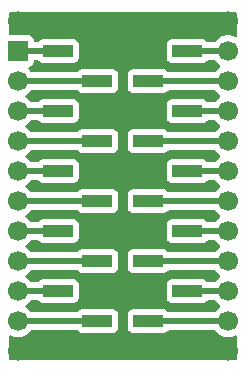
<source format=gbl>
G04 #@! TF.GenerationSoftware,KiCad,Pcbnew,9.0.6*
G04 #@! TF.CreationDate,2026-01-02T14:07:14-06:00*
G04 #@! TF.ProjectId,QFN-20_4x4,51464e2d-3230-45f3-9478-342e6b696361,rev?*
G04 #@! TF.SameCoordinates,Original*
G04 #@! TF.FileFunction,Copper,L2,Bot*
G04 #@! TF.FilePolarity,Positive*
%FSLAX46Y46*%
G04 Gerber Fmt 4.6, Leading zero omitted, Abs format (unit mm)*
G04 Created by KiCad (PCBNEW 9.0.6) date 2026-01-02 14:07:14*
%MOMM*%
%LPD*%
G01*
G04 APERTURE LIST*
G04 Aperture macros list*
%AMRotRect*
0 Rectangle, with rotation*
0 The origin of the aperture is its center*
0 $1 length*
0 $2 width*
0 $3 Rotation angle, in degrees counterclockwise*
0 Add horizontal line*
21,1,$1,$2,0,0,$3*%
G04 Aperture macros list end*
G04 #@! TA.AperFunction,HeatsinkPad*
%ADD10C,0.500000*%
G04 #@! TD*
G04 #@! TA.AperFunction,HeatsinkPad*
%ADD11RotRect,2.500000X2.500000X315.000000*%
G04 #@! TD*
G04 #@! TA.AperFunction,ComponentPad*
%ADD12C,1.700000*%
G04 #@! TD*
G04 #@! TA.AperFunction,ComponentPad*
%ADD13R,1.700000X1.700000*%
G04 #@! TD*
G04 #@! TA.AperFunction,SMDPad,CuDef*
%ADD14R,2.510000X1.000000*%
G04 #@! TD*
G04 #@! TA.AperFunction,ViaPad*
%ADD15C,0.600000*%
G04 #@! TD*
G04 #@! TA.AperFunction,Conductor*
%ADD16C,0.500000*%
G04 #@! TD*
G04 APERTURE END LIST*
D10*
X138430000Y-118139556D03*
X137015786Y-119553770D03*
D11*
X138430000Y-119553770D03*
D10*
X139844214Y-119553770D03*
X138430000Y-120967984D03*
D12*
X129540000Y-106680000D03*
D13*
X129540000Y-109220000D03*
D12*
X129540000Y-111760000D03*
X129540000Y-114300000D03*
X129540000Y-116840000D03*
X129540000Y-119380000D03*
X129540000Y-121920000D03*
X129540000Y-124460000D03*
X129540000Y-127000000D03*
X129540000Y-129540000D03*
X129540000Y-132080000D03*
X129540000Y-134620000D03*
X147320000Y-106680000D03*
X147320000Y-109220000D03*
X147320000Y-111760000D03*
X147320000Y-114300000D03*
X147320000Y-116840000D03*
X147320000Y-119380000D03*
X147320000Y-121920000D03*
X147320000Y-124460000D03*
X147320000Y-127000000D03*
X147320000Y-129540000D03*
X147320000Y-132080000D03*
X147320000Y-134620000D03*
D14*
X136275000Y-106680000D03*
X132965000Y-109220000D03*
X136275000Y-111760000D03*
X132965000Y-114300000D03*
X136275000Y-116840000D03*
X132965000Y-119380000D03*
X136275000Y-121920000D03*
X132965000Y-124460000D03*
X136275000Y-127000000D03*
X132965000Y-129540000D03*
X136275000Y-132080000D03*
X132965000Y-134620000D03*
X143895000Y-134620000D03*
X140585000Y-132080000D03*
X143895000Y-129540000D03*
X140585000Y-127000000D03*
X143895000Y-124460000D03*
X140585000Y-121920000D03*
X143895000Y-119380000D03*
X140585000Y-116840000D03*
X143895000Y-114300000D03*
X140585000Y-111760000D03*
X143895000Y-109220000D03*
X140585000Y-106680000D03*
D15*
X138430000Y-109220000D03*
X138430000Y-129540000D03*
X138430000Y-116332000D03*
X138430000Y-122809000D03*
D16*
X129540000Y-132080000D02*
X136275000Y-132080000D01*
X132965000Y-114300000D02*
X129540000Y-114300000D01*
X129540000Y-121920000D02*
X136275000Y-121920000D01*
X129540000Y-127000000D02*
X136275000Y-127000000D01*
X129540000Y-109220000D02*
X132965000Y-109220000D01*
X132965000Y-124460000D02*
X129540000Y-124460000D01*
X136275000Y-111760000D02*
X129540000Y-111760000D01*
X140585000Y-111760000D02*
X147320000Y-111760000D01*
X147320000Y-109220000D02*
X143895000Y-109220000D01*
X143895000Y-114300000D02*
X147320000Y-114300000D01*
X132965000Y-129540000D02*
X129540000Y-129540000D01*
X143895000Y-124460000D02*
X147320000Y-124460000D01*
X132965000Y-134620000D02*
X129540000Y-134620000D01*
X140585000Y-106680000D02*
X147320000Y-106680000D01*
X136275000Y-106680000D02*
X129540000Y-106680000D01*
X143895000Y-134620000D02*
X147320000Y-134620000D01*
X143895000Y-119380000D02*
X147320000Y-119380000D01*
X147320000Y-121920000D02*
X140585000Y-121920000D01*
X147320000Y-116840000D02*
X140585000Y-116840000D01*
X132965000Y-119380000D02*
X129540000Y-119380000D01*
X129540000Y-116840000D02*
X136275000Y-116840000D01*
X147320000Y-127000000D02*
X140585000Y-127000000D01*
X143895000Y-129540000D02*
X147320000Y-129540000D01*
X147320000Y-132080000D02*
X140585000Y-132080000D01*
G04 #@! TA.AperFunction,Conductor*
G36*
X148032539Y-105930185D02*
G01*
X148078294Y-105982989D01*
X148089500Y-106034500D01*
X148089500Y-107894028D01*
X148069815Y-107961067D01*
X148017011Y-108006822D01*
X147947853Y-108016766D01*
X147909206Y-108004513D01*
X147838417Y-107968445D01*
X147838414Y-107968444D01*
X147838412Y-107968443D01*
X147636243Y-107902754D01*
X147636241Y-107902753D01*
X147636240Y-107902753D01*
X147474957Y-107877208D01*
X147426287Y-107869500D01*
X147213713Y-107869500D01*
X147165042Y-107877208D01*
X147003760Y-107902753D01*
X146801585Y-107968444D01*
X146612179Y-108064951D01*
X146440213Y-108189890D01*
X146289892Y-108340211D01*
X146233097Y-108418385D01*
X146177767Y-108461051D01*
X146132779Y-108469500D01*
X145649751Y-108469500D01*
X145582712Y-108449815D01*
X145550485Y-108419812D01*
X145507548Y-108362457D01*
X145507546Y-108362454D01*
X145507542Y-108362451D01*
X145392335Y-108276206D01*
X145392328Y-108276202D01*
X145257482Y-108225908D01*
X145257483Y-108225908D01*
X145197883Y-108219501D01*
X145197881Y-108219500D01*
X145197873Y-108219500D01*
X145197864Y-108219500D01*
X142592129Y-108219500D01*
X142592123Y-108219501D01*
X142532516Y-108225908D01*
X142397671Y-108276202D01*
X142397664Y-108276206D01*
X142282455Y-108362452D01*
X142282452Y-108362455D01*
X142196206Y-108477664D01*
X142196202Y-108477671D01*
X142145908Y-108612517D01*
X142139501Y-108672116D01*
X142139501Y-108672123D01*
X142139500Y-108672135D01*
X142139500Y-109767870D01*
X142139501Y-109767876D01*
X142145908Y-109827483D01*
X142196202Y-109962328D01*
X142196206Y-109962335D01*
X142282452Y-110077544D01*
X142282455Y-110077547D01*
X142397664Y-110163793D01*
X142397671Y-110163797D01*
X142532517Y-110214091D01*
X142532516Y-110214091D01*
X142539444Y-110214835D01*
X142592127Y-110220500D01*
X145197872Y-110220499D01*
X145257483Y-110214091D01*
X145392331Y-110163796D01*
X145507546Y-110077546D01*
X145545040Y-110027461D01*
X145550485Y-110020188D01*
X145606419Y-109978318D01*
X145649751Y-109970500D01*
X146132779Y-109970500D01*
X146199818Y-109990185D01*
X146233097Y-110021615D01*
X146289892Y-110099788D01*
X146440213Y-110250109D01*
X146612182Y-110375050D01*
X146620946Y-110379516D01*
X146671742Y-110427491D01*
X146688536Y-110495312D01*
X146665998Y-110561447D01*
X146620946Y-110600484D01*
X146612182Y-110604949D01*
X146440213Y-110729890D01*
X146289892Y-110880211D01*
X146233097Y-110958385D01*
X146177767Y-111001051D01*
X146132779Y-111009500D01*
X142339751Y-111009500D01*
X142272712Y-110989815D01*
X142240485Y-110959812D01*
X142197548Y-110902457D01*
X142197546Y-110902454D01*
X142197542Y-110902451D01*
X142082335Y-110816206D01*
X142082328Y-110816202D01*
X141947482Y-110765908D01*
X141947483Y-110765908D01*
X141887883Y-110759501D01*
X141887881Y-110759500D01*
X141887873Y-110759500D01*
X141887864Y-110759500D01*
X139282129Y-110759500D01*
X139282123Y-110759501D01*
X139222516Y-110765908D01*
X139087671Y-110816202D01*
X139087664Y-110816206D01*
X138972455Y-110902452D01*
X138972452Y-110902455D01*
X138886206Y-111017664D01*
X138886202Y-111017671D01*
X138835908Y-111152517D01*
X138829501Y-111212116D01*
X138829501Y-111212123D01*
X138829500Y-111212135D01*
X138829500Y-112307870D01*
X138829501Y-112307876D01*
X138835908Y-112367483D01*
X138886202Y-112502328D01*
X138886206Y-112502335D01*
X138972452Y-112617544D01*
X138972455Y-112617547D01*
X139087664Y-112703793D01*
X139087671Y-112703797D01*
X139222517Y-112754091D01*
X139222516Y-112754091D01*
X139229444Y-112754835D01*
X139282127Y-112760500D01*
X141887872Y-112760499D01*
X141947483Y-112754091D01*
X142082331Y-112703796D01*
X142197546Y-112617546D01*
X142224227Y-112581903D01*
X142240485Y-112560188D01*
X142296419Y-112518318D01*
X142339751Y-112510500D01*
X146132779Y-112510500D01*
X146199818Y-112530185D01*
X146233097Y-112561615D01*
X146289892Y-112639788D01*
X146440213Y-112790109D01*
X146612182Y-112915050D01*
X146620946Y-112919516D01*
X146671742Y-112967491D01*
X146688536Y-113035312D01*
X146665998Y-113101447D01*
X146620946Y-113140484D01*
X146612182Y-113144949D01*
X146440213Y-113269890D01*
X146289892Y-113420211D01*
X146233097Y-113498385D01*
X146177767Y-113541051D01*
X146132779Y-113549500D01*
X145649751Y-113549500D01*
X145582712Y-113529815D01*
X145550485Y-113499812D01*
X145507548Y-113442457D01*
X145507546Y-113442454D01*
X145507542Y-113442451D01*
X145392335Y-113356206D01*
X145392328Y-113356202D01*
X145257482Y-113305908D01*
X145257483Y-113305908D01*
X145197883Y-113299501D01*
X145197881Y-113299500D01*
X145197873Y-113299500D01*
X145197864Y-113299500D01*
X142592129Y-113299500D01*
X142592123Y-113299501D01*
X142532516Y-113305908D01*
X142397671Y-113356202D01*
X142397664Y-113356206D01*
X142282455Y-113442452D01*
X142282452Y-113442455D01*
X142196206Y-113557664D01*
X142196202Y-113557671D01*
X142145908Y-113692517D01*
X142139501Y-113752116D01*
X142139501Y-113752123D01*
X142139500Y-113752135D01*
X142139500Y-114847870D01*
X142139501Y-114847876D01*
X142145908Y-114907483D01*
X142196202Y-115042328D01*
X142196206Y-115042335D01*
X142282452Y-115157544D01*
X142282455Y-115157547D01*
X142397664Y-115243793D01*
X142397671Y-115243797D01*
X142532517Y-115294091D01*
X142532516Y-115294091D01*
X142539444Y-115294835D01*
X142592127Y-115300500D01*
X145197872Y-115300499D01*
X145257483Y-115294091D01*
X145392331Y-115243796D01*
X145507546Y-115157546D01*
X145534227Y-115121903D01*
X145550485Y-115100188D01*
X145606419Y-115058318D01*
X145649751Y-115050500D01*
X146132779Y-115050500D01*
X146199818Y-115070185D01*
X146233097Y-115101615D01*
X146289892Y-115179788D01*
X146440213Y-115330109D01*
X146612182Y-115455050D01*
X146620946Y-115459516D01*
X146671742Y-115507491D01*
X146688536Y-115575312D01*
X146665998Y-115641447D01*
X146620946Y-115680484D01*
X146612182Y-115684949D01*
X146440213Y-115809890D01*
X146289892Y-115960211D01*
X146233097Y-116038385D01*
X146177767Y-116081051D01*
X146132779Y-116089500D01*
X142339751Y-116089500D01*
X142272712Y-116069815D01*
X142240485Y-116039812D01*
X142197548Y-115982457D01*
X142197546Y-115982454D01*
X142197542Y-115982451D01*
X142082335Y-115896206D01*
X142082328Y-115896202D01*
X141947482Y-115845908D01*
X141947483Y-115845908D01*
X141887883Y-115839501D01*
X141887881Y-115839500D01*
X141887873Y-115839500D01*
X141887864Y-115839500D01*
X139282129Y-115839500D01*
X139282123Y-115839501D01*
X139222516Y-115845908D01*
X139087671Y-115896202D01*
X139087664Y-115896206D01*
X138972455Y-115982452D01*
X138972452Y-115982455D01*
X138886206Y-116097664D01*
X138886202Y-116097671D01*
X138835908Y-116232517D01*
X138829501Y-116292116D01*
X138829501Y-116292123D01*
X138829500Y-116292135D01*
X138829500Y-117387870D01*
X138829501Y-117387876D01*
X138835908Y-117447483D01*
X138886202Y-117582328D01*
X138886206Y-117582335D01*
X138972452Y-117697544D01*
X138972455Y-117697547D01*
X139087664Y-117783793D01*
X139087671Y-117783797D01*
X139222517Y-117834091D01*
X139222516Y-117834091D01*
X139229444Y-117834835D01*
X139282127Y-117840500D01*
X141887872Y-117840499D01*
X141947483Y-117834091D01*
X142082331Y-117783796D01*
X142197546Y-117697546D01*
X142224227Y-117661903D01*
X142240485Y-117640188D01*
X142296419Y-117598318D01*
X142339751Y-117590500D01*
X146132779Y-117590500D01*
X146199818Y-117610185D01*
X146233097Y-117641615D01*
X146289892Y-117719788D01*
X146440213Y-117870109D01*
X146612182Y-117995050D01*
X146620946Y-117999516D01*
X146671742Y-118047491D01*
X146688536Y-118115312D01*
X146665998Y-118181447D01*
X146620946Y-118220484D01*
X146612182Y-118224949D01*
X146440213Y-118349890D01*
X146289892Y-118500211D01*
X146233097Y-118578385D01*
X146177767Y-118621051D01*
X146132779Y-118629500D01*
X145649751Y-118629500D01*
X145582712Y-118609815D01*
X145550485Y-118579812D01*
X145507548Y-118522457D01*
X145507546Y-118522454D01*
X145507542Y-118522451D01*
X145392335Y-118436206D01*
X145392328Y-118436202D01*
X145257482Y-118385908D01*
X145257483Y-118385908D01*
X145197883Y-118379501D01*
X145197881Y-118379500D01*
X145197873Y-118379500D01*
X145197864Y-118379500D01*
X142592129Y-118379500D01*
X142592123Y-118379501D01*
X142532516Y-118385908D01*
X142397671Y-118436202D01*
X142397664Y-118436206D01*
X142282455Y-118522452D01*
X142282452Y-118522455D01*
X142196206Y-118637664D01*
X142196202Y-118637671D01*
X142145908Y-118772517D01*
X142139501Y-118832116D01*
X142139501Y-118832123D01*
X142139500Y-118832135D01*
X142139500Y-119927870D01*
X142139501Y-119927876D01*
X142145908Y-119987483D01*
X142196202Y-120122328D01*
X142196206Y-120122335D01*
X142282452Y-120237544D01*
X142282455Y-120237547D01*
X142397664Y-120323793D01*
X142397671Y-120323797D01*
X142532517Y-120374091D01*
X142532516Y-120374091D01*
X142539444Y-120374835D01*
X142592127Y-120380500D01*
X145197872Y-120380499D01*
X145257483Y-120374091D01*
X145392331Y-120323796D01*
X145507546Y-120237546D01*
X145534227Y-120201903D01*
X145550485Y-120180188D01*
X145606419Y-120138318D01*
X145649751Y-120130500D01*
X146132779Y-120130500D01*
X146199818Y-120150185D01*
X146233097Y-120181615D01*
X146289892Y-120259788D01*
X146440213Y-120410109D01*
X146612182Y-120535050D01*
X146620946Y-120539516D01*
X146671742Y-120587491D01*
X146688536Y-120655312D01*
X146665998Y-120721447D01*
X146620946Y-120760484D01*
X146612182Y-120764949D01*
X146440213Y-120889890D01*
X146289892Y-121040211D01*
X146233097Y-121118385D01*
X146177767Y-121161051D01*
X146132779Y-121169500D01*
X142339751Y-121169500D01*
X142272712Y-121149815D01*
X142240485Y-121119812D01*
X142197548Y-121062457D01*
X142197546Y-121062454D01*
X142197542Y-121062451D01*
X142082335Y-120976206D01*
X142082328Y-120976202D01*
X141947482Y-120925908D01*
X141947483Y-120925908D01*
X141887883Y-120919501D01*
X141887881Y-120919500D01*
X141887873Y-120919500D01*
X141887864Y-120919500D01*
X139282129Y-120919500D01*
X139282123Y-120919501D01*
X139222516Y-120925908D01*
X139087671Y-120976202D01*
X139087664Y-120976206D01*
X138972455Y-121062452D01*
X138972452Y-121062455D01*
X138886206Y-121177664D01*
X138886202Y-121177671D01*
X138835908Y-121312517D01*
X138829501Y-121372116D01*
X138829501Y-121372123D01*
X138829500Y-121372135D01*
X138829500Y-122467870D01*
X138829501Y-122467876D01*
X138835908Y-122527483D01*
X138886202Y-122662328D01*
X138886206Y-122662335D01*
X138972452Y-122777544D01*
X138972455Y-122777547D01*
X139087664Y-122863793D01*
X139087671Y-122863797D01*
X139222517Y-122914091D01*
X139222516Y-122914091D01*
X139229444Y-122914835D01*
X139282127Y-122920500D01*
X141887872Y-122920499D01*
X141947483Y-122914091D01*
X142082331Y-122863796D01*
X142197546Y-122777546D01*
X142224227Y-122741903D01*
X142240485Y-122720188D01*
X142296419Y-122678318D01*
X142339751Y-122670500D01*
X146132779Y-122670500D01*
X146199818Y-122690185D01*
X146233097Y-122721615D01*
X146289892Y-122799788D01*
X146440213Y-122950109D01*
X146612182Y-123075050D01*
X146620946Y-123079516D01*
X146671742Y-123127491D01*
X146688536Y-123195312D01*
X146665998Y-123261447D01*
X146620946Y-123300484D01*
X146612182Y-123304949D01*
X146440213Y-123429890D01*
X146289892Y-123580211D01*
X146233097Y-123658385D01*
X146177767Y-123701051D01*
X146132779Y-123709500D01*
X145649751Y-123709500D01*
X145582712Y-123689815D01*
X145550485Y-123659812D01*
X145507548Y-123602457D01*
X145507546Y-123602454D01*
X145507542Y-123602451D01*
X145392335Y-123516206D01*
X145392328Y-123516202D01*
X145257482Y-123465908D01*
X145257483Y-123465908D01*
X145197883Y-123459501D01*
X145197881Y-123459500D01*
X145197873Y-123459500D01*
X145197864Y-123459500D01*
X142592129Y-123459500D01*
X142592123Y-123459501D01*
X142532516Y-123465908D01*
X142397671Y-123516202D01*
X142397664Y-123516206D01*
X142282455Y-123602452D01*
X142282452Y-123602455D01*
X142196206Y-123717664D01*
X142196202Y-123717671D01*
X142145908Y-123852517D01*
X142139501Y-123912116D01*
X142139501Y-123912123D01*
X142139500Y-123912135D01*
X142139500Y-125007870D01*
X142139501Y-125007876D01*
X142145908Y-125067483D01*
X142196202Y-125202328D01*
X142196206Y-125202335D01*
X142282452Y-125317544D01*
X142282455Y-125317547D01*
X142397664Y-125403793D01*
X142397671Y-125403797D01*
X142532517Y-125454091D01*
X142532516Y-125454091D01*
X142539444Y-125454835D01*
X142592127Y-125460500D01*
X145197872Y-125460499D01*
X145257483Y-125454091D01*
X145392331Y-125403796D01*
X145507546Y-125317546D01*
X145534227Y-125281903D01*
X145550485Y-125260188D01*
X145606419Y-125218318D01*
X145649751Y-125210500D01*
X146132779Y-125210500D01*
X146199818Y-125230185D01*
X146233097Y-125261615D01*
X146289892Y-125339788D01*
X146440213Y-125490109D01*
X146612182Y-125615050D01*
X146620946Y-125619516D01*
X146671742Y-125667491D01*
X146688536Y-125735312D01*
X146665998Y-125801447D01*
X146620946Y-125840484D01*
X146612182Y-125844949D01*
X146440213Y-125969890D01*
X146289892Y-126120211D01*
X146233097Y-126198385D01*
X146177767Y-126241051D01*
X146132779Y-126249500D01*
X142339751Y-126249500D01*
X142272712Y-126229815D01*
X142240485Y-126199812D01*
X142197548Y-126142457D01*
X142197546Y-126142454D01*
X142197542Y-126142451D01*
X142082335Y-126056206D01*
X142082328Y-126056202D01*
X141947482Y-126005908D01*
X141947483Y-126005908D01*
X141887883Y-125999501D01*
X141887881Y-125999500D01*
X141887873Y-125999500D01*
X141887864Y-125999500D01*
X139282129Y-125999500D01*
X139282123Y-125999501D01*
X139222516Y-126005908D01*
X139087671Y-126056202D01*
X139087664Y-126056206D01*
X138972455Y-126142452D01*
X138972452Y-126142455D01*
X138886206Y-126257664D01*
X138886202Y-126257671D01*
X138835908Y-126392517D01*
X138829501Y-126452116D01*
X138829501Y-126452123D01*
X138829500Y-126452135D01*
X138829500Y-127547870D01*
X138829501Y-127547876D01*
X138835908Y-127607483D01*
X138886202Y-127742328D01*
X138886206Y-127742335D01*
X138972452Y-127857544D01*
X138972455Y-127857547D01*
X139087664Y-127943793D01*
X139087671Y-127943797D01*
X139222517Y-127994091D01*
X139222516Y-127994091D01*
X139229444Y-127994835D01*
X139282127Y-128000500D01*
X141887872Y-128000499D01*
X141947483Y-127994091D01*
X142082331Y-127943796D01*
X142197546Y-127857546D01*
X142224227Y-127821903D01*
X142240485Y-127800188D01*
X142296419Y-127758318D01*
X142339751Y-127750500D01*
X146132779Y-127750500D01*
X146199818Y-127770185D01*
X146233097Y-127801615D01*
X146289892Y-127879788D01*
X146440213Y-128030109D01*
X146612182Y-128155050D01*
X146620946Y-128159516D01*
X146671742Y-128207491D01*
X146688536Y-128275312D01*
X146665998Y-128341447D01*
X146620946Y-128380484D01*
X146612182Y-128384949D01*
X146440213Y-128509890D01*
X146289892Y-128660211D01*
X146233097Y-128738385D01*
X146177767Y-128781051D01*
X146132779Y-128789500D01*
X145649751Y-128789500D01*
X145582712Y-128769815D01*
X145550485Y-128739812D01*
X145507548Y-128682457D01*
X145507546Y-128682454D01*
X145507542Y-128682451D01*
X145392335Y-128596206D01*
X145392328Y-128596202D01*
X145257482Y-128545908D01*
X145257483Y-128545908D01*
X145197883Y-128539501D01*
X145197881Y-128539500D01*
X145197873Y-128539500D01*
X145197864Y-128539500D01*
X142592129Y-128539500D01*
X142592123Y-128539501D01*
X142532516Y-128545908D01*
X142397671Y-128596202D01*
X142397664Y-128596206D01*
X142282455Y-128682452D01*
X142282452Y-128682455D01*
X142196206Y-128797664D01*
X142196202Y-128797671D01*
X142145908Y-128932517D01*
X142139501Y-128992116D01*
X142139501Y-128992123D01*
X142139500Y-128992135D01*
X142139500Y-130087870D01*
X142139501Y-130087876D01*
X142145908Y-130147483D01*
X142196202Y-130282328D01*
X142196206Y-130282335D01*
X142282452Y-130397544D01*
X142282455Y-130397547D01*
X142397664Y-130483793D01*
X142397671Y-130483797D01*
X142532517Y-130534091D01*
X142532516Y-130534091D01*
X142539444Y-130534835D01*
X142592127Y-130540500D01*
X145197872Y-130540499D01*
X145257483Y-130534091D01*
X145392331Y-130483796D01*
X145507546Y-130397546D01*
X145534227Y-130361903D01*
X145550485Y-130340188D01*
X145606419Y-130298318D01*
X145649751Y-130290500D01*
X146132779Y-130290500D01*
X146199818Y-130310185D01*
X146233097Y-130341615D01*
X146289892Y-130419788D01*
X146440213Y-130570109D01*
X146612182Y-130695050D01*
X146620946Y-130699516D01*
X146671742Y-130747491D01*
X146688536Y-130815312D01*
X146665998Y-130881447D01*
X146620946Y-130920484D01*
X146612182Y-130924949D01*
X146440213Y-131049890D01*
X146289892Y-131200211D01*
X146233097Y-131278385D01*
X146177767Y-131321051D01*
X146132779Y-131329500D01*
X142339751Y-131329500D01*
X142272712Y-131309815D01*
X142240485Y-131279812D01*
X142197548Y-131222457D01*
X142197546Y-131222454D01*
X142197542Y-131222451D01*
X142082335Y-131136206D01*
X142082328Y-131136202D01*
X141947482Y-131085908D01*
X141947483Y-131085908D01*
X141887883Y-131079501D01*
X141887881Y-131079500D01*
X141887873Y-131079500D01*
X141887864Y-131079500D01*
X139282129Y-131079500D01*
X139282123Y-131079501D01*
X139222516Y-131085908D01*
X139087671Y-131136202D01*
X139087664Y-131136206D01*
X138972455Y-131222452D01*
X138972452Y-131222455D01*
X138886206Y-131337664D01*
X138886202Y-131337671D01*
X138835908Y-131472517D01*
X138829501Y-131532116D01*
X138829501Y-131532123D01*
X138829500Y-131532135D01*
X138829500Y-132627870D01*
X138829501Y-132627876D01*
X138835908Y-132687483D01*
X138886202Y-132822328D01*
X138886206Y-132822335D01*
X138972452Y-132937544D01*
X138972455Y-132937547D01*
X139087664Y-133023793D01*
X139087671Y-133023797D01*
X139222517Y-133074091D01*
X139222516Y-133074091D01*
X139229444Y-133074835D01*
X139282127Y-133080500D01*
X141887872Y-133080499D01*
X141947483Y-133074091D01*
X142082331Y-133023796D01*
X142197546Y-132937546D01*
X142224227Y-132901903D01*
X142240485Y-132880188D01*
X142296419Y-132838318D01*
X142339751Y-132830500D01*
X146132779Y-132830500D01*
X146199818Y-132850185D01*
X146233097Y-132881615D01*
X146289892Y-132959788D01*
X146440213Y-133110109D01*
X146612179Y-133235048D01*
X146612181Y-133235049D01*
X146612184Y-133235051D01*
X146801588Y-133331557D01*
X147003757Y-133397246D01*
X147213713Y-133430500D01*
X147213714Y-133430500D01*
X147426286Y-133430500D01*
X147426287Y-133430500D01*
X147636243Y-133397246D01*
X147838412Y-133331557D01*
X147909205Y-133295485D01*
X147977874Y-133282590D01*
X148042614Y-133308866D01*
X148082872Y-133365972D01*
X148089500Y-133405971D01*
X148089500Y-135265500D01*
X148069815Y-135332539D01*
X148017011Y-135378294D01*
X147965500Y-135389500D01*
X128894500Y-135389500D01*
X128827461Y-135369815D01*
X128781706Y-135317011D01*
X128770500Y-135265500D01*
X128770500Y-133405971D01*
X128790185Y-133338932D01*
X128842989Y-133293177D01*
X128912147Y-133283233D01*
X128950793Y-133295485D01*
X129021588Y-133331557D01*
X129223757Y-133397246D01*
X129433713Y-133430500D01*
X129433714Y-133430500D01*
X129646286Y-133430500D01*
X129646287Y-133430500D01*
X129856243Y-133397246D01*
X130058412Y-133331557D01*
X130247816Y-133235051D01*
X130269789Y-133219086D01*
X130419786Y-133110109D01*
X130419788Y-133110106D01*
X130419792Y-133110104D01*
X130570104Y-132959792D01*
X130586266Y-132937547D01*
X130626903Y-132881615D01*
X130682233Y-132838949D01*
X130727221Y-132830500D01*
X134520249Y-132830500D01*
X134587288Y-132850185D01*
X134619515Y-132880188D01*
X134662451Y-132937542D01*
X134662454Y-132937546D01*
X134662457Y-132937548D01*
X134777664Y-133023793D01*
X134777671Y-133023797D01*
X134912517Y-133074091D01*
X134912516Y-133074091D01*
X134919444Y-133074835D01*
X134972127Y-133080500D01*
X137577872Y-133080499D01*
X137637483Y-133074091D01*
X137772331Y-133023796D01*
X137887546Y-132937546D01*
X137973796Y-132822331D01*
X138024091Y-132687483D01*
X138030500Y-132627873D01*
X138030499Y-131532128D01*
X138024091Y-131472517D01*
X137973796Y-131337669D01*
X137973795Y-131337668D01*
X137973793Y-131337664D01*
X137887547Y-131222455D01*
X137887544Y-131222452D01*
X137772335Y-131136206D01*
X137772328Y-131136202D01*
X137637482Y-131085908D01*
X137637483Y-131085908D01*
X137577883Y-131079501D01*
X137577881Y-131079500D01*
X137577873Y-131079500D01*
X137577864Y-131079500D01*
X134972129Y-131079500D01*
X134972123Y-131079501D01*
X134912516Y-131085908D01*
X134777671Y-131136202D01*
X134777664Y-131136206D01*
X134662457Y-131222451D01*
X134662451Y-131222457D01*
X134619515Y-131279812D01*
X134563581Y-131321682D01*
X134520249Y-131329500D01*
X130727221Y-131329500D01*
X130660182Y-131309815D01*
X130626903Y-131278385D01*
X130570107Y-131200211D01*
X130419786Y-131049890D01*
X130247820Y-130924951D01*
X130247115Y-130924591D01*
X130239054Y-130920485D01*
X130188259Y-130872512D01*
X130171463Y-130804692D01*
X130193999Y-130738556D01*
X130239054Y-130699515D01*
X130247816Y-130695051D01*
X130269789Y-130679086D01*
X130419786Y-130570109D01*
X130419788Y-130570106D01*
X130419792Y-130570104D01*
X130570104Y-130419792D01*
X130586266Y-130397547D01*
X130626903Y-130341615D01*
X130682233Y-130298949D01*
X130727221Y-130290500D01*
X131210249Y-130290500D01*
X131277288Y-130310185D01*
X131309515Y-130340188D01*
X131352451Y-130397542D01*
X131352454Y-130397546D01*
X131352457Y-130397548D01*
X131467664Y-130483793D01*
X131467671Y-130483797D01*
X131602517Y-130534091D01*
X131602516Y-130534091D01*
X131609444Y-130534835D01*
X131662127Y-130540500D01*
X134267872Y-130540499D01*
X134327483Y-130534091D01*
X134462331Y-130483796D01*
X134577546Y-130397546D01*
X134663796Y-130282331D01*
X134714091Y-130147483D01*
X134720500Y-130087873D01*
X134720499Y-128992128D01*
X134714091Y-128932517D01*
X134663796Y-128797669D01*
X134663795Y-128797668D01*
X134663793Y-128797664D01*
X134577547Y-128682455D01*
X134577544Y-128682452D01*
X134462335Y-128596206D01*
X134462328Y-128596202D01*
X134327482Y-128545908D01*
X134327483Y-128545908D01*
X134267883Y-128539501D01*
X134267881Y-128539500D01*
X134267873Y-128539500D01*
X134267864Y-128539500D01*
X131662129Y-128539500D01*
X131662123Y-128539501D01*
X131602516Y-128545908D01*
X131467671Y-128596202D01*
X131467664Y-128596206D01*
X131352457Y-128682451D01*
X131352451Y-128682457D01*
X131309515Y-128739812D01*
X131253581Y-128781682D01*
X131210249Y-128789500D01*
X130727221Y-128789500D01*
X130660182Y-128769815D01*
X130626903Y-128738385D01*
X130570107Y-128660211D01*
X130419786Y-128509890D01*
X130247820Y-128384951D01*
X130247115Y-128384591D01*
X130239054Y-128380485D01*
X130188259Y-128332512D01*
X130171463Y-128264692D01*
X130193999Y-128198556D01*
X130239054Y-128159515D01*
X130247816Y-128155051D01*
X130269789Y-128139086D01*
X130419786Y-128030109D01*
X130419788Y-128030106D01*
X130419792Y-128030104D01*
X130570104Y-127879792D01*
X130586266Y-127857547D01*
X130626903Y-127801615D01*
X130682233Y-127758949D01*
X130727221Y-127750500D01*
X134520249Y-127750500D01*
X134587288Y-127770185D01*
X134619515Y-127800188D01*
X134662451Y-127857542D01*
X134662454Y-127857546D01*
X134662457Y-127857548D01*
X134777664Y-127943793D01*
X134777671Y-127943797D01*
X134912517Y-127994091D01*
X134912516Y-127994091D01*
X134919444Y-127994835D01*
X134972127Y-128000500D01*
X137577872Y-128000499D01*
X137637483Y-127994091D01*
X137772331Y-127943796D01*
X137887546Y-127857546D01*
X137973796Y-127742331D01*
X138024091Y-127607483D01*
X138030500Y-127547873D01*
X138030499Y-126452128D01*
X138024091Y-126392517D01*
X137973796Y-126257669D01*
X137973795Y-126257668D01*
X137973793Y-126257664D01*
X137887547Y-126142455D01*
X137887544Y-126142452D01*
X137772335Y-126056206D01*
X137772328Y-126056202D01*
X137637482Y-126005908D01*
X137637483Y-126005908D01*
X137577883Y-125999501D01*
X137577881Y-125999500D01*
X137577873Y-125999500D01*
X137577864Y-125999500D01*
X134972129Y-125999500D01*
X134972123Y-125999501D01*
X134912516Y-126005908D01*
X134777671Y-126056202D01*
X134777664Y-126056206D01*
X134662457Y-126142451D01*
X134662451Y-126142457D01*
X134619515Y-126199812D01*
X134563581Y-126241682D01*
X134520249Y-126249500D01*
X130727221Y-126249500D01*
X130660182Y-126229815D01*
X130626903Y-126198385D01*
X130570107Y-126120211D01*
X130419786Y-125969890D01*
X130247820Y-125844951D01*
X130247115Y-125844591D01*
X130239054Y-125840485D01*
X130188259Y-125792512D01*
X130171463Y-125724692D01*
X130193999Y-125658556D01*
X130239054Y-125619515D01*
X130247816Y-125615051D01*
X130269789Y-125599086D01*
X130419786Y-125490109D01*
X130419788Y-125490106D01*
X130419792Y-125490104D01*
X130570104Y-125339792D01*
X130586266Y-125317547D01*
X130626903Y-125261615D01*
X130682233Y-125218949D01*
X130727221Y-125210500D01*
X131210249Y-125210500D01*
X131277288Y-125230185D01*
X131309515Y-125260188D01*
X131352451Y-125317542D01*
X131352454Y-125317546D01*
X131352457Y-125317548D01*
X131467664Y-125403793D01*
X131467671Y-125403797D01*
X131602517Y-125454091D01*
X131602516Y-125454091D01*
X131609444Y-125454835D01*
X131662127Y-125460500D01*
X134267872Y-125460499D01*
X134327483Y-125454091D01*
X134462331Y-125403796D01*
X134577546Y-125317546D01*
X134663796Y-125202331D01*
X134714091Y-125067483D01*
X134720500Y-125007873D01*
X134720499Y-123912128D01*
X134714091Y-123852517D01*
X134663796Y-123717669D01*
X134663795Y-123717668D01*
X134663793Y-123717664D01*
X134577547Y-123602455D01*
X134577544Y-123602452D01*
X134462335Y-123516206D01*
X134462328Y-123516202D01*
X134327482Y-123465908D01*
X134327483Y-123465908D01*
X134267883Y-123459501D01*
X134267881Y-123459500D01*
X134267873Y-123459500D01*
X134267864Y-123459500D01*
X131662129Y-123459500D01*
X131662123Y-123459501D01*
X131602516Y-123465908D01*
X131467671Y-123516202D01*
X131467664Y-123516206D01*
X131352457Y-123602451D01*
X131352451Y-123602457D01*
X131309515Y-123659812D01*
X131253581Y-123701682D01*
X131210249Y-123709500D01*
X130727221Y-123709500D01*
X130660182Y-123689815D01*
X130626903Y-123658385D01*
X130570107Y-123580211D01*
X130419786Y-123429890D01*
X130247820Y-123304951D01*
X130247115Y-123304591D01*
X130239054Y-123300485D01*
X130188259Y-123252512D01*
X130171463Y-123184692D01*
X130193999Y-123118556D01*
X130239054Y-123079515D01*
X130247816Y-123075051D01*
X130269789Y-123059086D01*
X130419786Y-122950109D01*
X130419788Y-122950106D01*
X130419792Y-122950104D01*
X130570104Y-122799792D01*
X130586266Y-122777547D01*
X130626903Y-122721615D01*
X130682233Y-122678949D01*
X130727221Y-122670500D01*
X134520249Y-122670500D01*
X134587288Y-122690185D01*
X134619515Y-122720188D01*
X134662451Y-122777542D01*
X134662454Y-122777546D01*
X134662457Y-122777548D01*
X134777664Y-122863793D01*
X134777671Y-122863797D01*
X134912517Y-122914091D01*
X134912516Y-122914091D01*
X134919444Y-122914835D01*
X134972127Y-122920500D01*
X137577872Y-122920499D01*
X137637483Y-122914091D01*
X137772331Y-122863796D01*
X137887546Y-122777546D01*
X137973796Y-122662331D01*
X138024091Y-122527483D01*
X138030500Y-122467873D01*
X138030499Y-121372128D01*
X138024091Y-121312517D01*
X137973796Y-121177669D01*
X137973795Y-121177668D01*
X137973793Y-121177664D01*
X137887547Y-121062455D01*
X137887544Y-121062452D01*
X137772335Y-120976206D01*
X137772328Y-120976202D01*
X137637482Y-120925908D01*
X137637483Y-120925908D01*
X137577883Y-120919501D01*
X137577881Y-120919500D01*
X137577873Y-120919500D01*
X137577864Y-120919500D01*
X134972129Y-120919500D01*
X134972123Y-120919501D01*
X134912516Y-120925908D01*
X134777671Y-120976202D01*
X134777664Y-120976206D01*
X134662457Y-121062451D01*
X134662451Y-121062457D01*
X134619515Y-121119812D01*
X134563581Y-121161682D01*
X134520249Y-121169500D01*
X130727221Y-121169500D01*
X130660182Y-121149815D01*
X130626903Y-121118385D01*
X130570107Y-121040211D01*
X130419786Y-120889890D01*
X130247820Y-120764951D01*
X130247115Y-120764591D01*
X130239054Y-120760485D01*
X130188259Y-120712512D01*
X130171463Y-120644692D01*
X130193999Y-120578556D01*
X130239054Y-120539515D01*
X130247816Y-120535051D01*
X130269789Y-120519086D01*
X130419786Y-120410109D01*
X130419788Y-120410106D01*
X130419792Y-120410104D01*
X130570104Y-120259792D01*
X130586266Y-120237547D01*
X130626903Y-120181615D01*
X130682233Y-120138949D01*
X130727221Y-120130500D01*
X131210249Y-120130500D01*
X131277288Y-120150185D01*
X131309515Y-120180188D01*
X131352451Y-120237542D01*
X131352454Y-120237546D01*
X131352457Y-120237548D01*
X131467664Y-120323793D01*
X131467671Y-120323797D01*
X131602517Y-120374091D01*
X131602516Y-120374091D01*
X131609444Y-120374835D01*
X131662127Y-120380500D01*
X134267872Y-120380499D01*
X134327483Y-120374091D01*
X134462331Y-120323796D01*
X134577546Y-120237546D01*
X134663796Y-120122331D01*
X134714091Y-119987483D01*
X134720500Y-119927873D01*
X134720499Y-118832128D01*
X134714091Y-118772517D01*
X134663796Y-118637669D01*
X134663795Y-118637668D01*
X134663793Y-118637664D01*
X134577547Y-118522455D01*
X134577544Y-118522452D01*
X134462335Y-118436206D01*
X134462328Y-118436202D01*
X134327482Y-118385908D01*
X134327483Y-118385908D01*
X134267883Y-118379501D01*
X134267881Y-118379500D01*
X134267873Y-118379500D01*
X134267864Y-118379500D01*
X131662129Y-118379500D01*
X131662123Y-118379501D01*
X131602516Y-118385908D01*
X131467671Y-118436202D01*
X131467664Y-118436206D01*
X131352457Y-118522451D01*
X131352451Y-118522457D01*
X131309515Y-118579812D01*
X131253581Y-118621682D01*
X131210249Y-118629500D01*
X130727221Y-118629500D01*
X130660182Y-118609815D01*
X130626903Y-118578385D01*
X130570107Y-118500211D01*
X130419786Y-118349890D01*
X130247820Y-118224951D01*
X130247115Y-118224591D01*
X130239054Y-118220485D01*
X130188259Y-118172512D01*
X130171463Y-118104692D01*
X130193999Y-118038556D01*
X130239054Y-117999515D01*
X130247816Y-117995051D01*
X130269789Y-117979086D01*
X130419786Y-117870109D01*
X130419788Y-117870106D01*
X130419792Y-117870104D01*
X130570104Y-117719792D01*
X130586266Y-117697547D01*
X130626903Y-117641615D01*
X130682233Y-117598949D01*
X130727221Y-117590500D01*
X134520249Y-117590500D01*
X134587288Y-117610185D01*
X134619515Y-117640188D01*
X134662451Y-117697542D01*
X134662454Y-117697546D01*
X134662457Y-117697548D01*
X134777664Y-117783793D01*
X134777671Y-117783797D01*
X134912517Y-117834091D01*
X134912516Y-117834091D01*
X134919444Y-117834835D01*
X134972127Y-117840500D01*
X137577872Y-117840499D01*
X137637483Y-117834091D01*
X137772331Y-117783796D01*
X137887546Y-117697546D01*
X137973796Y-117582331D01*
X138024091Y-117447483D01*
X138030500Y-117387873D01*
X138030499Y-116292128D01*
X138024091Y-116232517D01*
X137973796Y-116097669D01*
X137973795Y-116097668D01*
X137973793Y-116097664D01*
X137887547Y-115982455D01*
X137887544Y-115982452D01*
X137772335Y-115896206D01*
X137772328Y-115896202D01*
X137637482Y-115845908D01*
X137637483Y-115845908D01*
X137577883Y-115839501D01*
X137577881Y-115839500D01*
X137577873Y-115839500D01*
X137577864Y-115839500D01*
X134972129Y-115839500D01*
X134972123Y-115839501D01*
X134912516Y-115845908D01*
X134777671Y-115896202D01*
X134777664Y-115896206D01*
X134662457Y-115982451D01*
X134662451Y-115982457D01*
X134619515Y-116039812D01*
X134563581Y-116081682D01*
X134520249Y-116089500D01*
X130727221Y-116089500D01*
X130660182Y-116069815D01*
X130626903Y-116038385D01*
X130570107Y-115960211D01*
X130419786Y-115809890D01*
X130247820Y-115684951D01*
X130247115Y-115684591D01*
X130239054Y-115680485D01*
X130188259Y-115632512D01*
X130171463Y-115564692D01*
X130193999Y-115498556D01*
X130239054Y-115459515D01*
X130247816Y-115455051D01*
X130269789Y-115439086D01*
X130419786Y-115330109D01*
X130419788Y-115330106D01*
X130419792Y-115330104D01*
X130570104Y-115179792D01*
X130586266Y-115157547D01*
X130626903Y-115101615D01*
X130682233Y-115058949D01*
X130727221Y-115050500D01*
X131210249Y-115050500D01*
X131277288Y-115070185D01*
X131309515Y-115100188D01*
X131352451Y-115157542D01*
X131352454Y-115157546D01*
X131352457Y-115157548D01*
X131467664Y-115243793D01*
X131467671Y-115243797D01*
X131602517Y-115294091D01*
X131602516Y-115294091D01*
X131609444Y-115294835D01*
X131662127Y-115300500D01*
X134267872Y-115300499D01*
X134327483Y-115294091D01*
X134462331Y-115243796D01*
X134577546Y-115157546D01*
X134663796Y-115042331D01*
X134714091Y-114907483D01*
X134720500Y-114847873D01*
X134720499Y-113752128D01*
X134714091Y-113692517D01*
X134663796Y-113557669D01*
X134663795Y-113557668D01*
X134663793Y-113557664D01*
X134577547Y-113442455D01*
X134577544Y-113442452D01*
X134462335Y-113356206D01*
X134462328Y-113356202D01*
X134327482Y-113305908D01*
X134327483Y-113305908D01*
X134267883Y-113299501D01*
X134267881Y-113299500D01*
X134267873Y-113299500D01*
X134267864Y-113299500D01*
X131662129Y-113299500D01*
X131662123Y-113299501D01*
X131602516Y-113305908D01*
X131467671Y-113356202D01*
X131467664Y-113356206D01*
X131352457Y-113442451D01*
X131352451Y-113442457D01*
X131309515Y-113499812D01*
X131253581Y-113541682D01*
X131210249Y-113549500D01*
X130727221Y-113549500D01*
X130660182Y-113529815D01*
X130626903Y-113498385D01*
X130570107Y-113420211D01*
X130419786Y-113269890D01*
X130247820Y-113144951D01*
X130247115Y-113144591D01*
X130239054Y-113140485D01*
X130188259Y-113092512D01*
X130171463Y-113024692D01*
X130193999Y-112958556D01*
X130239054Y-112919515D01*
X130247816Y-112915051D01*
X130269789Y-112899086D01*
X130419786Y-112790109D01*
X130419788Y-112790106D01*
X130419792Y-112790104D01*
X130570104Y-112639792D01*
X130586266Y-112617547D01*
X130626903Y-112561615D01*
X130682233Y-112518949D01*
X130727221Y-112510500D01*
X134520249Y-112510500D01*
X134587288Y-112530185D01*
X134619515Y-112560188D01*
X134662451Y-112617542D01*
X134662454Y-112617546D01*
X134662457Y-112617548D01*
X134777664Y-112703793D01*
X134777671Y-112703797D01*
X134912517Y-112754091D01*
X134912516Y-112754091D01*
X134919444Y-112754835D01*
X134972127Y-112760500D01*
X137577872Y-112760499D01*
X137637483Y-112754091D01*
X137772331Y-112703796D01*
X137887546Y-112617546D01*
X137973796Y-112502331D01*
X138024091Y-112367483D01*
X138030500Y-112307873D01*
X138030499Y-111212128D01*
X138024091Y-111152517D01*
X137973796Y-111017669D01*
X137973795Y-111017668D01*
X137973793Y-111017664D01*
X137887547Y-110902455D01*
X137887544Y-110902452D01*
X137772335Y-110816206D01*
X137772328Y-110816202D01*
X137637482Y-110765908D01*
X137637483Y-110765908D01*
X137577883Y-110759501D01*
X137577881Y-110759500D01*
X137577873Y-110759500D01*
X137577864Y-110759500D01*
X134972129Y-110759500D01*
X134972123Y-110759501D01*
X134912516Y-110765908D01*
X134777671Y-110816202D01*
X134777664Y-110816206D01*
X134662457Y-110902451D01*
X134662451Y-110902457D01*
X134619515Y-110959812D01*
X134563581Y-111001682D01*
X134520249Y-111009500D01*
X130727221Y-111009500D01*
X130660182Y-110989815D01*
X130626903Y-110958385D01*
X130570107Y-110880211D01*
X130456569Y-110766673D01*
X130423084Y-110705350D01*
X130428068Y-110635658D01*
X130469940Y-110579725D01*
X130500915Y-110562810D01*
X130632331Y-110513796D01*
X130747546Y-110427546D01*
X130833796Y-110312331D01*
X130884091Y-110177483D01*
X130890500Y-110117873D01*
X130890500Y-110094500D01*
X130893050Y-110085814D01*
X130891762Y-110076853D01*
X130902740Y-110052812D01*
X130910185Y-110027461D01*
X130917025Y-110021533D01*
X130920787Y-110013297D01*
X130943021Y-109999007D01*
X130962989Y-109981706D01*
X130973503Y-109979418D01*
X130979565Y-109975523D01*
X131014500Y-109970500D01*
X131210249Y-109970500D01*
X131277288Y-109990185D01*
X131309515Y-110020188D01*
X131314960Y-110027461D01*
X131352454Y-110077546D01*
X131352457Y-110077548D01*
X131467664Y-110163793D01*
X131467671Y-110163797D01*
X131602517Y-110214091D01*
X131602516Y-110214091D01*
X131609444Y-110214835D01*
X131662127Y-110220500D01*
X134267872Y-110220499D01*
X134327483Y-110214091D01*
X134462331Y-110163796D01*
X134577546Y-110077546D01*
X134663796Y-109962331D01*
X134714091Y-109827483D01*
X134720500Y-109767873D01*
X134720499Y-108672128D01*
X134714091Y-108612517D01*
X134663796Y-108477669D01*
X134663795Y-108477668D01*
X134663793Y-108477664D01*
X134577547Y-108362455D01*
X134577544Y-108362452D01*
X134462335Y-108276206D01*
X134462328Y-108276202D01*
X134327482Y-108225908D01*
X134327483Y-108225908D01*
X134267883Y-108219501D01*
X134267881Y-108219500D01*
X134267873Y-108219500D01*
X134267864Y-108219500D01*
X131662129Y-108219500D01*
X131662123Y-108219501D01*
X131602516Y-108225908D01*
X131467671Y-108276202D01*
X131467664Y-108276206D01*
X131352457Y-108362451D01*
X131352451Y-108362457D01*
X131309515Y-108419812D01*
X131305859Y-108422548D01*
X131303962Y-108426703D01*
X131278144Y-108443294D01*
X131253581Y-108461682D01*
X131247953Y-108462697D01*
X131245184Y-108464477D01*
X131210249Y-108469500D01*
X131014499Y-108469500D01*
X130947460Y-108449815D01*
X130901705Y-108397011D01*
X130890499Y-108345500D01*
X130890499Y-108322129D01*
X130890498Y-108322123D01*
X130884091Y-108262516D01*
X130833797Y-108127671D01*
X130833793Y-108127664D01*
X130747547Y-108012455D01*
X130747544Y-108012452D01*
X130632335Y-107926206D01*
X130632328Y-107926202D01*
X130497482Y-107875908D01*
X130497483Y-107875908D01*
X130437883Y-107869501D01*
X130437881Y-107869500D01*
X130437873Y-107869500D01*
X130437865Y-107869500D01*
X128894500Y-107869500D01*
X128827461Y-107849815D01*
X128781706Y-107797011D01*
X128770500Y-107745500D01*
X128770500Y-106034500D01*
X128790185Y-105967461D01*
X128842989Y-105921706D01*
X128894500Y-105910500D01*
X147965500Y-105910500D01*
X148032539Y-105930185D01*
G37*
G04 #@! TD.AperFunction*
M02*

</source>
